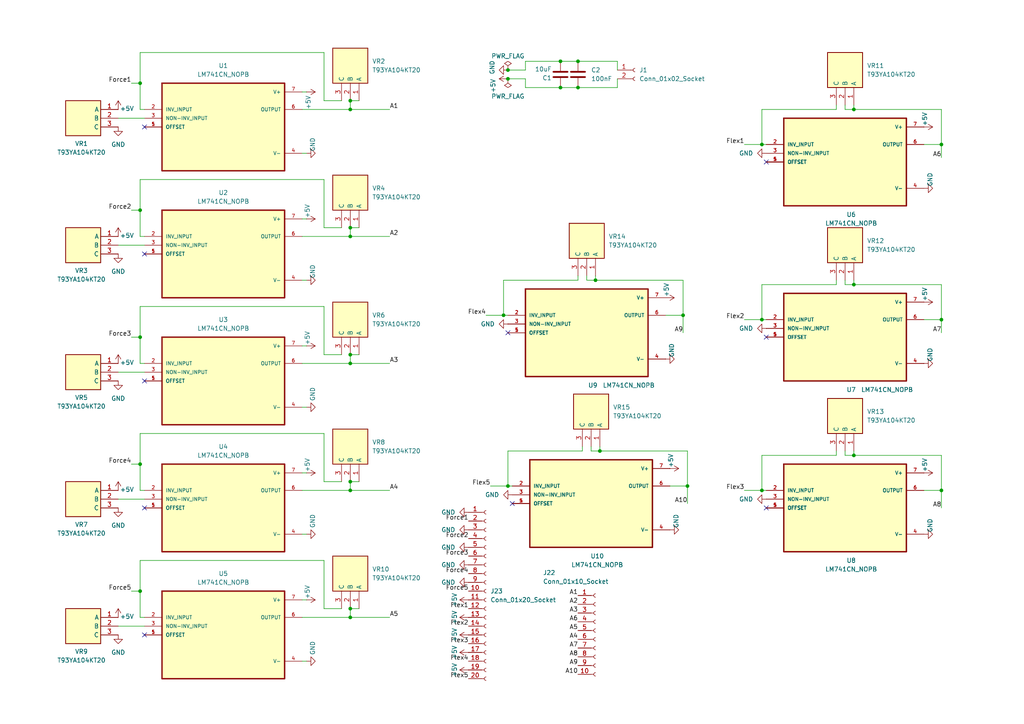
<source format=kicad_sch>
(kicad_sch (version 20231120) (generator "eeschema") (generator_version "8.0")
  (paper "A4")
  (junction (at 101.6 66.04))
  (junction (at 167.64 25.4))
  (junction (at 172.72 81.28))
  (junction (at 101.6 29.21))
  (junction (at 147.32 140.97))
  (junction (at 101.6 139.7))
  (junction (at 101.6 102.87))
  (junction (at 101.6 105.41))
  (junction (at 40.64 24.13))
  (junction (at 147.32 22.86))
  (junction (at 101.6 142.24))
  (junction (at 273.05 142.24))
  (junction (at 198.12 91.44))
  (junction (at 40.64 134.62))
  (junction (at 40.64 97.79))
  (junction (at 40.64 171.45))
  (junction (at 101.6 176.53))
  (junction (at 273.05 41.91))
  (junction (at 199.39 140.97))
  (junction (at 220.98 41.91))
  (junction (at 101.6 31.75))
  (junction (at 220.98 142.24))
  (junction (at 247.65 82.55))
  (junction (at 40.64 60.96))
  (junction (at 273.05 92.71))
  (junction (at 247.65 31.75))
  (junction (at 220.98 92.71))
  (junction (at 101.6 179.07))
  (junction (at 167.64 17.78))
  (junction (at 162.56 17.78))
  (junction (at 146.05 91.44))
  (junction (at 173.99 130.81))
  (junction (at 247.65 132.08))
  (junction (at 147.32 20.32))
  (junction (at 101.6 68.58))
  (junction (at 162.56 25.4))
  (no_connect (at 41.91 184.15))
  (no_connect (at 147.32 96.52))
  (no_connect (at 41.91 36.83))
  (no_connect (at 222.25 97.79))
  (no_connect (at 41.91 73.66))
  (no_connect (at 222.25 147.32))
  (no_connect (at 41.91 110.49))
  (no_connect (at 41.91 147.32))
  (no_connect (at 222.25 46.99))
  (no_connect (at 148.59 146.05))
  (wire (pts (xy 220.98 31.75) (xy 242.57 31.75)))
  (wire (pts (xy 40.64 171.45) (xy 40.64 179.07)))
  (wire (pts (xy 173.99 129.54) (xy 173.99 130.81)))
  (wire (pts (xy 146.05 91.44) (xy 146.05 81.28)))
  (wire (pts (xy 242.57 130.81) (xy 242.57 132.08)))
  (wire (pts (xy 142.24 140.97) (xy 147.32 140.97)))
  (wire (pts (xy 40.64 15.24) (xy 93.98 15.24)))
  (wire (pts (xy 146.05 81.28) (xy 167.64 81.28)))
  (wire (pts (xy 101.6 176.53) (xy 101.6 179.07)))
  (wire (pts (xy 173.99 130.81) (xy 199.39 130.81)))
  (wire (pts (xy 147.32 140.97) (xy 148.59 140.97)))
  (wire (pts (xy 220.98 142.24) (xy 220.98 132.08)))
  (wire (pts (xy 38.1 134.62) (xy 40.64 134.62)))
  (wire (pts (xy 220.98 92.71) (xy 222.25 92.71)))
  (wire (pts (xy 87.63 154.94) (xy 88.9 154.94)))
  (wire (pts (xy 267.97 41.91) (xy 273.05 41.91)))
  (wire (pts (xy 198.12 91.44) (xy 198.12 96.52)))
  (wire (pts (xy 220.98 82.55) (xy 242.57 82.55)))
  (wire (pts (xy 87.63 137.16) (xy 88.9 137.16)))
  (wire (pts (xy 171.45 130.81) (xy 173.99 130.81)))
  (wire (pts (xy 93.98 29.21) (xy 99.06 29.21)))
  (wire (pts (xy 38.1 24.13) (xy 40.64 24.13)))
  (wire (pts (xy 87.63 44.45) (xy 88.9 44.45)))
  (wire (pts (xy 101.6 29.21) (xy 104.14 29.21)))
  (wire (pts (xy 147.32 20.32) (xy 152.4 20.32)))
  (wire (pts (xy 147.32 140.97) (xy 147.32 130.81)))
  (wire (pts (xy 40.64 162.56) (xy 40.64 171.45)))
  (wire (pts (xy 245.11 31.75) (xy 247.65 31.75)))
  (wire (pts (xy 87.63 63.5) (xy 88.9 63.5)))
  (wire (pts (xy 147.32 130.81) (xy 168.91 130.81)))
  (wire (pts (xy 220.98 41.91) (xy 220.98 31.75)))
  (wire (pts (xy 247.65 31.75) (xy 273.05 31.75)))
  (wire (pts (xy 40.64 97.79) (xy 40.64 105.41)))
  (wire (pts (xy 38.1 60.96) (xy 40.64 60.96)))
  (wire (pts (xy 34.29 144.78) (xy 41.91 144.78)))
  (wire (pts (xy 215.9 142.24) (xy 220.98 142.24)))
  (wire (pts (xy 40.64 134.62) (xy 40.64 142.24)))
  (wire (pts (xy 87.63 118.11) (xy 88.9 118.11)))
  (wire (pts (xy 87.63 100.33) (xy 88.9 100.33)))
  (wire (pts (xy 247.65 30.48) (xy 247.65 31.75)))
  (wire (pts (xy 104.14 176.53) (xy 101.6 176.53)))
  (wire (pts (xy 93.98 66.04) (xy 99.06 66.04)))
  (wire (pts (xy 101.6 66.04) (xy 104.14 66.04)))
  (wire (pts (xy 93.98 15.24) (xy 93.98 29.21)))
  (wire (pts (xy 93.98 139.7) (xy 99.06 139.7)))
  (wire (pts (xy 245.11 130.81) (xy 245.11 132.08)))
  (wire (pts (xy 170.18 81.28) (xy 172.72 81.28)))
  (wire (pts (xy 101.6 102.87) (xy 104.14 102.87)))
  (wire (pts (xy 273.05 31.75) (xy 273.05 41.91)))
  (wire (pts (xy 38.1 171.45) (xy 40.64 171.45)))
  (wire (pts (xy 179.07 17.78) (xy 179.07 20.32)))
  (wire (pts (xy 40.64 52.07) (xy 93.98 52.07)))
  (wire (pts (xy 215.9 92.71) (xy 220.98 92.71)))
  (wire (pts (xy 87.63 31.75) (xy 101.6 31.75)))
  (wire (pts (xy 40.64 24.13) (xy 40.64 31.75)))
  (wire (pts (xy 40.64 162.56) (xy 93.98 162.56)))
  (wire (pts (xy 34.29 181.61) (xy 41.91 181.61)))
  (wire (pts (xy 199.39 140.97) (xy 199.39 146.05)))
  (wire (pts (xy 273.05 92.71) (xy 273.05 96.52)))
  (wire (pts (xy 40.64 68.58) (xy 41.91 68.58)))
  (wire (pts (xy 247.65 81.28) (xy 247.65 82.55)))
  (wire (pts (xy 245.11 132.08) (xy 247.65 132.08)))
  (wire (pts (xy 273.05 82.55) (xy 273.05 92.71)))
  (wire (pts (xy 101.6 68.58) (xy 113.03 68.58)))
  (wire (pts (xy 101.6 139.7) (xy 101.6 142.24)))
  (wire (pts (xy 247.65 130.81) (xy 247.65 132.08)))
  (wire (pts (xy 199.39 130.81) (xy 199.39 140.97)))
  (wire (pts (xy 152.4 25.4) (xy 152.4 22.86)))
  (wire (pts (xy 171.45 129.54) (xy 171.45 130.81)))
  (wire (pts (xy 198.12 81.28) (xy 198.12 91.44)))
  (wire (pts (xy 101.6 105.41) (xy 113.03 105.41)))
  (wire (pts (xy 167.64 80.01) (xy 167.64 81.28)))
  (wire (pts (xy 101.6 102.87) (xy 101.6 105.41)))
  (wire (pts (xy 34.29 107.95) (xy 41.91 107.95)))
  (wire (pts (xy 172.72 81.28) (xy 198.12 81.28)))
  (wire (pts (xy 273.05 41.91) (xy 273.05 45.72)))
  (wire (pts (xy 87.63 81.28) (xy 88.9 81.28)))
  (wire (pts (xy 101.6 29.21) (xy 101.6 31.75)))
  (wire (pts (xy 267.97 92.71) (xy 273.05 92.71)))
  (wire (pts (xy 242.57 81.28) (xy 242.57 82.55)))
  (wire (pts (xy 40.64 125.73) (xy 93.98 125.73)))
  (wire (pts (xy 179.07 25.4) (xy 167.64 25.4)))
  (wire (pts (xy 101.6 179.07) (xy 113.03 179.07)))
  (wire (pts (xy 87.63 26.67) (xy 88.9 26.67)))
  (wire (pts (xy 34.29 71.12) (xy 41.91 71.12)))
  (wire (pts (xy 101.6 31.75) (xy 113.03 31.75)))
  (wire (pts (xy 87.63 173.99) (xy 88.9 173.99)))
  (wire (pts (xy 179.07 25.4) (xy 179.07 22.86)))
  (wire (pts (xy 146.05 91.44) (xy 147.32 91.44)))
  (wire (pts (xy 87.63 179.07) (xy 101.6 179.07)))
  (wire (pts (xy 245.11 30.48) (xy 245.11 31.75)))
  (wire (pts (xy 40.64 52.07) (xy 40.64 60.96)))
  (wire (pts (xy 193.04 91.44) (xy 198.12 91.44)))
  (wire (pts (xy 220.98 41.91) (xy 222.25 41.91)))
  (wire (pts (xy 101.6 142.24) (xy 113.03 142.24)))
  (wire (pts (xy 152.4 17.78) (xy 152.4 20.32)))
  (wire (pts (xy 220.98 142.24) (xy 222.25 142.24)))
  (wire (pts (xy 140.97 91.44) (xy 146.05 91.44)))
  (wire (pts (xy 162.56 17.78) (xy 167.64 17.78)))
  (wire (pts (xy 273.05 132.08) (xy 273.05 142.24)))
  (wire (pts (xy 40.64 31.75) (xy 41.91 31.75)))
  (wire (pts (xy 220.98 132.08) (xy 242.57 132.08)))
  (wire (pts (xy 242.57 30.48) (xy 242.57 31.75)))
  (wire (pts (xy 179.07 17.78) (xy 167.64 17.78)))
  (wire (pts (xy 40.64 105.41) (xy 41.91 105.41)))
  (wire (pts (xy 194.31 140.97) (xy 199.39 140.97)))
  (wire (pts (xy 87.63 105.41) (xy 101.6 105.41)))
  (wire (pts (xy 34.29 34.29) (xy 41.91 34.29)))
  (wire (pts (xy 40.64 60.96) (xy 40.64 68.58)))
  (wire (pts (xy 40.64 15.24) (xy 40.64 24.13)))
  (wire (pts (xy 247.65 82.55) (xy 273.05 82.55)))
  (wire (pts (xy 267.97 142.24) (xy 273.05 142.24)))
  (wire (pts (xy 273.05 142.24) (xy 273.05 147.32)))
  (wire (pts (xy 87.63 191.77) (xy 88.9 191.77)))
  (wire (pts (xy 38.1 97.79) (xy 40.64 97.79)))
  (wire (pts (xy 93.98 102.87) (xy 99.06 102.87)))
  (wire (pts (xy 40.64 88.9) (xy 40.64 97.79)))
  (wire (pts (xy 215.9 41.91) (xy 220.98 41.91)))
  (wire (pts (xy 40.64 88.9) (xy 93.98 88.9)))
  (wire (pts (xy 93.98 125.73) (xy 93.98 139.7)))
  (wire (pts (xy 40.64 125.73) (xy 40.64 134.62)))
  (wire (pts (xy 172.72 80.01) (xy 172.72 81.28)))
  (wire (pts (xy 40.64 179.07) (xy 41.91 179.07)))
  (wire (pts (xy 245.11 81.28) (xy 245.11 82.55)))
  (wire (pts (xy 87.63 68.58) (xy 101.6 68.58)))
  (wire (pts (xy 152.4 17.78) (xy 162.56 17.78)))
  (wire (pts (xy 162.56 25.4) (xy 167.64 25.4)))
  (wire (pts (xy 93.98 162.56) (xy 93.98 176.53)))
  (wire (pts (xy 152.4 25.4) (xy 162.56 25.4)))
  (wire (pts (xy 93.98 52.07) (xy 93.98 66.04)))
  (wire (pts (xy 170.18 80.01) (xy 170.18 81.28)))
  (wire (pts (xy 93.98 176.53) (xy 99.06 176.53)))
  (wire (pts (xy 152.4 22.86) (xy 147.32 22.86)))
  (wire (pts (xy 101.6 139.7) (xy 104.14 139.7)))
  (wire (pts (xy 40.64 142.24) (xy 41.91 142.24)))
  (wire (pts (xy 168.91 129.54) (xy 168.91 130.81)))
  (wire (pts (xy 247.65 132.08) (xy 273.05 132.08)))
  (wire (pts (xy 101.6 66.04) (xy 101.6 68.58)))
  (wire (pts (xy 87.63 142.24) (xy 101.6 142.24)))
  (wire (pts (xy 220.98 92.71) (xy 220.98 82.55)))
  (wire (pts (xy 93.98 88.9) (xy 93.98 102.87)))
  (wire (pts (xy 245.11 82.55) (xy 247.65 82.55)))
  (label "A10" (at 167.64 195.58 180))
  (label "Force3" (at 38.1 97.79 180))
  (label "A2" (at 113.03 68.58 0))
  (label "Flex1" (at 215.9 41.91 180))
  (label "Force3" (at 135.89 161.29 180))
  (label "Flex5" (at 142.24 140.97 180))
  (label "A3" (at 113.03 105.41 0))
  (label "Flex2" (at 135.89 181.61 180))
  (label "Flex4" (at 135.89 191.77 180))
  (label "A7" (at 273.05 96.52 180))
  (label "Force5" (at 135.89 171.45 180))
  (label "Force4" (at 135.89 166.37 180))
  (label "A8" (at 167.64 190.5 180))
  (label "A9" (at 167.64 193.04 180))
  (label "A8" (at 273.05 147.32 180))
  (label "A2" (at 167.64 175.26 180))
  (label "A3" (at 167.64 177.8 180))
  (label "Flex3" (at 215.9 142.24 180))
  (label "Force1" (at 135.89 151.13 180))
  (label "Force5" (at 38.1 171.45 180))
  (label "A4" (at 167.64 185.42 180))
  (label "A5" (at 113.03 179.07 0))
  (label "Force1" (at 38.1 24.13 180))
  (label "Force2" (at 38.1 60.96 180))
  (label "Flex1" (at 135.89 176.53 180))
  (label "Force2" (at 135.89 156.21 180))
  (label "A1" (at 113.03 31.75 0))
  (label "A7" (at 167.64 187.96 180))
  (label "Force4" (at 38.1 134.62 180))
  (label "A5" (at 167.64 182.88 180))
  (label "Flex5" (at 135.89 196.85 180))
  (label "A6" (at 273.05 45.72 180))
  (label "Flex3" (at 135.89 186.69 180))
  (label "A9" (at 198.12 96.52 180))
  (label "Flex2" (at 215.9 92.71 180))
  (label "A6" (at 167.64 180.34 180))
  (label "A4" (at 113.03 142.24 0))
  (label "Flex4" (at 140.97 91.44 180))
  (label "A1" (at 167.64 172.72 180))
  (label "A10" (at 199.39 146.05 180))
  (symbol (lib_id "power:+5V") (at 88.9 173.99 270) (unit 1)
    (property "Reference" "#PWR024" (effects (hide yes)))
    (property "Value" "+5V" (at 89.154 171.704 0))
    (property "Description" "Power symbol creates a global label with name \"+5V\"" (effects (hide yes)))
  )
  (symbol (lib_id "power:+5V") (at 193.04 86.36 270) (unit 1)
    (property "Reference" "#PWR044" (effects (hide yes)))
    (property "Value" "+5V" (at 193.294 84.074 0))
    (property "Description" "Power symbol creates a global label with name \"+5V\"" (effects (hide yes)))
  )
  (symbol (lib_id "power:GND") (at 222.25 95.25 270) (unit 1)
    (property "Reference" "#PWR033" (effects (hide yes)))
    (property "Value" "GND" (at 218.44 95.2499 90) (effects (justify right)))
    (property "Description" "Power symbol creates a global label with name \"GND\" , ground" (effects (hide yes)))
  )
  (symbol (lib_id "power:+5V") (at 267.97 87.63 270) (unit 1)
    (property "Reference" "#PWR034" (effects (hide yes)))
    (property "Value" "+5V" (at 268.224 85.344 0))
    (property "Description" "Power symbol creates a global label with name \"+5V\"" (effects (hide yes)))
  )
  (symbol (lib_id "power:GND") (at 194.31 153.67 90) (unit 1)
    (property "Reference" "#PWR047" (effects (hide yes)))
    (property "Value" "GND" (at 196.088 151.13 0))
    (property "Description" "Power symbol creates a global label with name \"GND\" , ground" (effects (hide yes)))
  )
  (symbol (lib_id "T93YA104KT20:T93YA104KT20") (at 99.06 29.21 90) (unit 1)
    (property "Reference" "VR2" (at 107.95 17.7799 90) (effects (justify right)))
    (property "Value" "T93YA104KT20" (at 107.95 20.3199 90) (effects (justify right)))
    (property "Footprint" "KiCad:T93YA5K10" (effects (hide yes)))
    (property "Datasheet" "https://www.vishay.com/docs/51026/t93.pdf" (effects (hide yes)))
    (property "Description" "100k, Through Hole Trimmer Potentiometer 0.5W Top Adjust Vishay, T93" (effects (hide yes)))
    (property "Height" "9" (effects (hide yes)))
    (property "Mouser Part Number" "72-T93YA-100K" (effects (hide yes)))
    (property "Mouser Price/Stock" "https://www.mouser.co.uk/ProductDetail/Vishay-Sfernice/T93YA104KT20?qs=h4f6qdGYbtgSg1CywbpKQw%3D%3D" (effects (hide yes)))
    (property "Manufacturer_Name" "Vishay" (effects (hide yes)))
    (property "Manufacturer_Part_Number" "T93YA104KT20" (effects (hide yes)))
  )
  (symbol (lib_id "power:GND") (at 193.04 104.14 90) (unit 1)
    (property "Reference" "#PWR045" (effects (hide yes)))
    (property "Value" "GND" (at 194.818 101.6 0))
    (property "Description" "Power symbol creates a global label with name \"GND\" , ground" (effects (hide yes)))
  )
  (symbol (lib_id "power:GND") (at 148.59 143.51 270) (unit 1)
    (property "Reference" "#PWR043" (effects (hide yes)))
    (property "Value" "GND" (at 144.78 143.5099 90) (effects (justify right)))
    (property "Description" "Power symbol creates a global label with name \"GND\" , ground" (effects (hide yes)))
  )
  (symbol (lib_id "power:+5V") (at 267.97 137.16 270) (unit 1)
    (property "Reference" "#PWR038" (effects (hide yes)))
    (property "Value" "+5V" (at 268.224 134.874 0))
    (property "Description" "Power symbol creates a global label with name \"+5V\"" (effects (hide yes)))
  )
  (symbol (lib_id "power:GND") (at 135.89 163.83 270) (unit 1)
    (property "Reference" "#PWR056" (effects (hide yes)))
    (property "Value" "GND" (at 132.08 163.8299 90) (effects (justify right)))
    (property "Description" "Power symbol creates a global label with name \"GND\" , ground" (effects (hide yes)))
  )
  (symbol (lib_id "Connector:Conn_01x10_Socket") (at 172.72 182.88 0) (unit 1)
    (property "Reference" "J22" (at 157.48 166.116 0) (effects (justify left)))
    (property "Value" "Conn_01x10_Socket" (at 157.48 168.656 0) (effects (justify left)))
    (property "Footprint" "Connector_PinSocket_1.27mm:PinSocket_1x10_P1.27mm_Vertical" (effects (hide yes)))
    (property "Description" "Generic connector, single row, 01x10, script generated" (effects (hide yes)))
  )
  (symbol (lib_id "power:GND") (at 88.9 154.94 90) (unit 1)
    (property "Reference" "#PWR020" (effects (hide yes)))
    (property "Value" "GND" (at 90.678 151.13 0))
    (property "Description" "Power symbol creates a global label with name \"GND\" , ground" (effects (hide yes)))
  )
  (symbol (lib_id "power:+5V") (at 267.97 36.83 270) (unit 1)
    (property "Reference" "#PWR028" (effects (hide yes)))
    (property "Value" "+5V" (at 268.224 34.544 0))
    (property "Description" "Power symbol creates a global label with name \"+5V\"" (effects (hide yes)))
  )
  (symbol (lib_id "power:+5V") (at 135.89 179.07 90) (unit 1)
    (property "Reference" "#PWR051" (effects (hide yes)))
    (property "Value" "+5V" (at 131.826 179.07 0))
    (property "Description" "Power symbol creates a global label with name \"+5V\"" (effects (hide yes)))
  )
  (symbol (lib_id "power:GND") (at 34.29 36.83 0) (unit 1)
    (property "Reference" "#PWR03" (effects (hide yes)))
    (property "Value" "GND" (at 34.29 41.91 0))
    (property "Description" "Power symbol creates a global label with name \"GND\" , ground" (effects (hide yes)))
  )
  (symbol (lib_id "power:+5V") (at 34.29 142.24 0) (unit 1)
    (property "Reference" "#PWR017" (effects (hide yes)))
    (property "Value" "+5V" (at 36.83 141.986 0))
    (property "Description" "Power symbol creates a global label with name \"+5V\"" (effects (hide yes)))
  )
  (symbol (lib_id "AOP:LM741CN_NOPB") (at 170.18 96.52 0) (unit 1)
    (property "Reference" "U9" (at 171.958 111.76 0))
    (property "Value" "LM741CN_NOPB" (at 182.372 111.76 0))
    (property "Footprint" "AOP:DIP794W45P254L959H508Q8" (effects (hide yes)))
    (property "Datasheet" "http://www.st.com/st-web-ui/static/active/en/resource/technical/document/datasheet/CD00001252.pdf" (effects (hide yes)))
    (property "Description" "STMICROELECTRONICS - UA741CN - IC, OP AMP, COMPENSATED, DIP8, 741" (effects (hide yes)))
    (property "Height" "5.33" (effects (hide yes)))
    (property "Mouser Part Number" "511-UA741CN" (effects (hide yes)))
    (property "Mouser Price/Stock" "https://www.mouser.co.uk/ProductDetail/STMicroelectronics/UA741CN?qs=wnz1wyZ0ZnWrt9WAQ171Aw%3D%3D" (effects (hide yes)))
    (property "Manufacturer_Name" "STMicroelectronics" (effects (hide yes)))
    (property "Manufacturer_Part_Number" "UA741CN" (effects (hide yes)))
    (property "MF" "Texas Instruments" (effects (hide yes)))
    (property "Description_1" "\nOperational Amplifiers - Op Amps Operational Amplifier 8-PDIP 0 to 70\n" (effects (hide yes)))
    (property "Package" "DIP-8 NXP Semiconductors" (effects (hide yes)))
    (property "Price" "None" (effects (hide yes)))
    (property "SnapEDA_Link" "https://www.snapeda.com/parts/LM741CN/Texas+Instruments/view-part/?ref=snap" (effects (hide yes)))
    (property "MP" "LM741CN" (effects (hide yes)))
    (property "Availability" "In Stock" (effects (hide yes)))
    (property "Check_prices" "https://www.snapeda.com/parts/LM741CN/Texas+Instruments/view-part/?ref=eda" (effects (hide yes)))
  )
  (symbol (lib_id "T93YA104KT20:T93YA104KT20") (at 242.57 30.48 90) (unit 1)
    (property "Reference" "VR11" (at 251.46 19.0499 90) (effects (justify right)))
    (property "Value" "T93YA104KT20" (at 251.46 21.5899 90) (effects (justify right)))
    (property "Footprint" "KiCad:T93YA5K10" (effects (hide yes)))
    (property "Datasheet" "https://www.vishay.com/docs/51026/t93.pdf" (effects (hide yes)))
    (property "Description" "100k, Through Hole Trimmer Potentiometer 0.5W Top Adjust Vishay, T93" (effects (hide yes)))
    (property "Height" "9" (effects (hide yes)))
    (property "Mouser Part Number" "72-T93YA-100K" (effects (hide yes)))
    (property "Mouser Price/Stock" "https://www.mouser.co.uk/ProductDetail/Vishay-Sfernice/T93YA104KT20?qs=h4f6qdGYbtgSg1CywbpKQw%3D%3D" (effects (hide yes)))
    (property "Manufacturer_Name" "Vishay" (effects (hide yes)))
    (property "Manufacturer_Part_Number" "T93YA104KT20" (effects (hide yes)))
  )
  (symbol (lib_id "T93YA104KT20:T93YA104KT20") (at 34.29 147.32 180) (unit 1)
    (property "Reference" "VR7" (at 23.622 152.146 0))
    (property "Value" "T93YA104KT20" (at 23.622 154.686 0))
    (property "Footprint" "KiCad:T93YA5K10" (effects (hide yes)))
    (property "Datasheet" "https://www.vishay.com/docs/51026/t93.pdf" (effects (hide yes)))
    (property "Description" "100k, Through Hole Trimmer Potentiometer 0.5W Top Adjust Vishay, T93" (effects (hide yes)))
    (property "Height" "9" (effects (hide yes)))
    (property "Mouser Part Number" "72-T93YA-100K" (effects (hide yes)))
    (property "Mouser Price/Stock" "https://www.mouser.co.uk/ProductDetail/Vishay-Sfernice/T93YA104KT20?qs=h4f6qdGYbtgSg1CywbpKQw%3D%3D" (effects (hide yes)))
    (property "Manufacturer_Name" "Vishay" (effects (hide yes)))
    (property "Manufacturer_Part_Number" "T93YA104KT20" (effects (hide yes)))
  )
  (symbol (lib_id "power:+5V") (at 135.89 194.31 90) (unit 1)
    (property "Reference" "#PWR048" (effects (hide yes)))
    (property "Value" "+5V" (at 131.826 194.31 0))
    (property "Description" "Power symbol creates a global label with name \"+5V\"" (effects (hide yes)))
  )
  (symbol (lib_id "power:GND") (at 222.25 44.45 270) (unit 1)
    (property "Reference" "#PWR030" (effects (hide yes)))
    (property "Value" "GND" (at 218.44 44.4499 90) (effects (justify right)))
    (property "Description" "Power symbol creates a global label with name \"GND\" , ground" (effects (hide yes)))
  )
  (symbol (lib_id "power:+5V") (at 147.32 22.86 90) (unit 1)
    (property "Reference" "#PWR027" (effects (hide yes)))
    (property "Value" "+5V" (at 143.002 24.892 0))
    (property "Description" "Power symbol creates a global label with name \"+5V\"" (effects (hide yes)))
  )
  (symbol (lib_id "power:GND") (at 135.89 153.67 270) (unit 1)
    (property "Reference" "#PWR054" (effects (hide yes)))
    (property "Value" "GND" (at 132.08 153.6699 90) (effects (justify right)))
    (property "Description" "Power symbol creates a global label with name \"GND\" , ground" (effects (hide yes)))
  )
  (symbol (lib_id "power:+5V") (at 34.29 179.07 0) (unit 1)
    (property "Reference" "#PWR022" (effects (hide yes)))
    (property "Value" "+5V" (at 36.83 178.816 0))
    (property "Description" "Power symbol creates a global label with name \"+5V\"" (effects (hide yes)))
  )
  (symbol (lib_id "power:GND") (at 267.97 54.61 90) (unit 1)
    (property "Reference" "#PWR029" (effects (hide yes)))
    (property "Value" "GND" (at 269.748 52.07 0))
    (property "Description" "Power symbol creates a global label with name \"GND\" , ground" (effects (hide yes)))
  )
  (symbol (lib_id "power:GND") (at 135.89 158.75 270) (unit 1)
    (property "Reference" "#PWR055" (effects (hide yes)))
    (property "Value" "GND" (at 132.08 158.7499 90) (effects (justify right)))
    (property "Description" "Power symbol creates a global label with name \"GND\" , ground" (effects (hide yes)))
  )
  (symbol (lib_id "power:GND") (at 88.9 118.11 90) (unit 1)
    (property "Reference" "#PWR015" (effects (hide yes)))
    (property "Value" "GND" (at 90.678 114.3 0))
    (property "Description" "Power symbol creates a global label with name \"GND\" , ground" (effects (hide yes)))
  )
  (symbol (lib_id "power:+5V") (at 194.31 135.89 270) (unit 1)
    (property "Reference" "#PWR046" (effects (hide yes)))
    (property "Value" "+5V" (at 194.564 133.604 0))
    (property "Description" "Power symbol creates a global label with name \"+5V\"" (effects (hide yes)))
  )
  (symbol (lib_id "T93YA104KT20:T93YA104KT20") (at 168.91 129.54 90) (unit 1)
    (property "Reference" "VR15" (at 177.8 118.1099 90) (effects (justify right)))
    (property "Value" "T93YA104KT20" (at 177.8 120.6499 90) (effects (justify right)))
    (property "Footprint" "KiCad:T93YA5K10" (effects (hide yes)))
    (property "Datasheet" "https://www.vishay.com/docs/51026/t93.pdf" (effects (hide yes)))
    (property "Description" "100k, Through Hole Trimmer Potentiometer 0.5W Top Adjust Vishay, T93" (effects (hide yes)))
    (property "Height" "9" (effects (hide yes)))
    (property "Mouser Part Number" "72-T93YA-100K" (effects (hide yes)))
    (property "Mouser Price/Stock" "https://www.mouser.co.uk/ProductDetail/Vishay-Sfernice/T93YA104KT20?qs=h4f6qdGYbtgSg1CywbpKQw%3D%3D" (effects (hide yes)))
    (property "Manufacturer_Name" "Vishay" (effects (hide yes)))
    (property "Manufacturer_Part_Number" "T93YA104KT20" (effects (hide yes)))
  )
  (symbol (lib_id "AOP:LM741CN_NOPB") (at 64.77 147.32 0) (unit 1)
    (property "Reference" "U4" (at 64.77 129.54 0))
    (property "Value" "LM741CN_NOPB" (at 64.77 132.08 0))
    (property "Footprint" "AOP:DIP794W45P254L959H508Q8" (effects (hide yes)))
    (property "Datasheet" "http://www.st.com/st-web-ui/static/active/en/resource/technical/document/datasheet/CD00001252.pdf" (effects (hide yes)))
    (property "Description" "STMICROELECTRONICS - UA741CN - IC, OP AMP, COMPENSATED, DIP8, 741" (effects (hide yes)))
    (property "Height" "5.33" (effects (hide yes)))
    (property "Mouser Part Number" "511-UA741CN" (effects (hide yes)))
    (property "Mouser Price/Stock" "https://www.mouser.co.uk/ProductDetail/STMicroelectronics/UA741CN?qs=wnz1wyZ0ZnWrt9WAQ171Aw%3D%3D" (effects (hide yes)))
    (property "Manufacturer_Name" "STMicroelectronics" (effects (hide yes)))
    (property "Manufacturer_Part_Number" "UA741CN" (effects (hide yes)))
    (property "MF" "Texas Instruments" (effects (hide yes)))
    (property "Description_1" "\nOperational Amplifiers - Op Amps Operational Amplifier 8-PDIP 0 to 70\n" (effects (hide yes)))
    (property "Package" "DIP-8 NXP Semiconductors" (effects (hide yes)))
    (property "Price" "None" (effects (hide yes)))
    (property "SnapEDA_Link" "https://www.snapeda.com/parts/LM741CN/Texas+Instruments/view-part/?ref=snap" (effects (hide yes)))
    (property "MP" "LM741CN" (effects (hide yes)))
    (property "Availability" "In Stock" (effects (hide yes)))
    (property "Check_prices" "https://www.snapeda.com/parts/LM741CN/Texas+Instruments/view-part/?ref=eda" (effects (hide yes)))
  )
  (symbol (lib_id "power:GND") (at 147.32 93.98 270) (unit 1)
    (property "Reference" "#PWR042" (effects (hide yes)))
    (property "Value" "GND" (at 143.51 93.9799 90) (effects (justify right)))
    (property "Description" "Power symbol creates a global label with name \"GND\" , ground" (effects (hide yes)))
  )
  (symbol (lib_id "power:PWR_FLAG") (at 147.32 22.86 180) (unit 1)
    (property "Reference" "#FLG03" (effects (hide yes)))
    (property "Value" "PWR_FLAG" (at 152.146 27.94 0) (effects (justify left)))
    (property "Description" "Special symbol for telling ERC where power comes from" (effects (hide yes)))
  )
  (symbol (lib_id "power:GND") (at 147.32 20.32 270) (unit 1)
    (property "Reference" "#PWR026" (effects (hide yes)))
    (property "Value" "GND" (at 142.748 19.558 0))
    (property "Description" "Power symbol creates a global label with name \"GND\" , ground" (effects (hide yes)))
  )
  (symbol (lib_id "power:+5V") (at 88.9 26.67 270) (unit 1)
    (property "Reference" "#PWR04" (effects (hide yes)))
    (property "Value" "+5V" (at 89.408 29.718 0))
    (property "Description" "Power symbol creates a global label with name \"+5V\"" (effects (hide yes)))
  )
  (symbol (lib_id "AOP:LM741CN_NOPB") (at 64.77 184.15 0) (unit 1)
    (property "Reference" "U5" (at 64.77 166.37 0))
    (property "Value" "LM741CN_NOPB" (at 64.77 168.91 0))
    (property "Footprint" "AOP:DIP794W45P254L959H508Q8" (effects (hide yes)))
    (property "Datasheet" "http://www.st.com/st-web-ui/static/active/en/resource/technical/document/datasheet/CD00001252.pdf" (effects (hide yes)))
    (property "Description" "STMICROELECTRONICS - UA741CN - IC, OP AMP, COMPENSATED, DIP8, 741" (effects (hide yes)))
    (property "Height" "5.33" (effects (hide yes)))
    (property "Mouser Part Number" "511-UA741CN" (effects (hide yes)))
    (property "Mouser Price/Stock" "https://www.mouser.co.uk/ProductDetail/STMicroelectronics/UA741CN?qs=wnz1wyZ0ZnWrt9WAQ171Aw%3D%3D" (effects (hide yes)))
    (property "Manufacturer_Name" "STMicroelectronics" (effects (hide yes)))
    (property "Manufacturer_Part_Number" "UA741CN" (effects (hide yes)))
    (property "MF" "Texas Instruments" (effects (hide yes)))
    (property "Description_1" "\nOperational Amplifiers - Op Amps Operational Amplifier 8-PDIP 0 to 70\n" (effects (hide yes)))
    (property "Package" "DIP-8 NXP Semiconductors" (effects (hide yes)))
    (property "Price" "None" (effects (hide yes)))
    (property "SnapEDA_Link" "https://www.snapeda.com/parts/LM741CN/Texas+Instruments/view-part/?ref=snap" (effects (hide yes)))
    (property "MP" "LM741CN" (effects (hide yes)))
    (property "Availability" "In Stock" (effects (hide yes)))
    (property "Check_prices" "https://www.snapeda.com/parts/LM741CN/Texas+Instruments/view-part/?ref=eda" (effects (hide yes)))
  )
  (symbol (lib_id "T93YA104KT20:T93YA104KT20") (at 242.57 81.28 90) (unit 1)
    (property "Reference" "VR12" (at 251.46 69.8499 90) (effects (justify right)))
    (property "Value" "T93YA104KT20" (at 251.46 72.3899 90) (effects (justify right)))
    (property "Footprint" "KiCad:T93YA5K10" (effects (hide yes)))
    (property "Datasheet" "https://www.vishay.com/docs/51026/t93.pdf" (effects (hide yes)))
    (property "Description" "100k, Through Hole Trimmer Potentiometer 0.5W Top Adjust Vishay, T93" (effects (hide yes)))
    (property "Height" "9" (effects (hide yes)))
    (property "Mouser Part Number" "72-T93YA-100K" (effects (hide yes)))
    (property "Mouser Price/Stock" "https://www.mouser.co.uk/ProductDetail/Vishay-Sfernice/T93YA104KT20?qs=h4f6qdGYbtgSg1CywbpKQw%3D%3D" (effects (hide yes)))
    (property "Manufacturer_Name" "Vishay" (effects (hide yes)))
    (property "Manufacturer_Part_Number" "T93YA104KT20" (effects (hide yes)))
  )
  (symbol (lib_id "power:+5V") (at 135.89 173.99 90) (unit 1)
    (property "Reference" "#PWR052" (effects (hide yes)))
    (property "Value" "+5V" (at 131.826 173.99 0))
    (property "Description" "Power symbol creates a global label with name \"+5V\"" (effects (hide yes)))
  )
  (symbol (lib_id "T93YA104KT20:T93YA104KT20") (at 99.06 102.87 90) (unit 1)
    (property "Reference" "VR6" (at 107.95 91.4399 90) (effects (justify right)))
    (property "Value" "T93YA104KT20" (at 107.95 93.9799 90) (effects (justify right)))
    (property "Footprint" "KiCad:T93YA5K10" (effects (hide yes)))
    (property "Datasheet" "https://www.vishay.com/docs/51026/t93.pdf" (effects (hide yes)))
    (property "Description" "100k, Through Hole Trimmer Potentiometer 0.5W Top Adjust Vishay, T93" (effects (hide yes)))
    (property "Height" "9" (effects (hide yes)))
    (property "Mouser Part Number" "72-T93YA-100K" (effects (hide yes)))
    (property "Mouser Price/Stock" "https://www.mouser.co.uk/ProductDetail/Vishay-Sfernice/T93YA104KT20?qs=h4f6qdGYbtgSg1CywbpKQw%3D%3D" (effects (hide yes)))
    (property "Manufacturer_Name" "Vishay" (effects (hide yes)))
    (property "Manufacturer_Part_Number" "T93YA104KT20" (effects (hide yes)))
  )
  (symbol (lib_id "Connector:Conn_01x20_Socket") (at 140.97 171.45 0) (unit 1)
    (property "Reference" "J23" (at 142.24 171.4499 0) (effects (justify left)))
    (property "Value" "Conn_01x20_Socket" (at 142.24 173.9899 0) (effects (justify left)))
    (property "Footprint" "Connector_PinSocket_1.27mm:PinSocket_1x20_P1.27mm_Vertical" (effects (hide yes)))
    (property "Description" "Generic connector, single row, 01x20, script generated" (effects (hide yes)))
  )
  (symbol (lib_id "T93YA104KT20:T93YA104KT20") (at 99.06 176.53 90) (unit 1)
    (property "Reference" "VR10" (at 107.95 165.0999 90) (effects (justify right)))
    (property "Value" "T93YA104KT20" (at 107.95 167.6399 90) (effects (justify right)))
    (property "Footprint" "KiCad:T93YA5K10" (effects (hide yes)))
    (property "Datasheet" "https://www.vishay.com/docs/51026/t93.pdf" (effects (hide yes)))
    (property "Description" "100k, Through Hole Trimmer Potentiometer 0.5W Top Adjust Vishay, T93" (effects (hide yes)))
    (property "Height" "9" (effects (hide yes)))
    (property "Mouser Part Number" "72-T93YA-100K" (effects (hide yes)))
    (property "Mouser Price/Stock" "https://www.mouser.co.uk/ProductDetail/Vishay-Sfernice/T93YA104KT20?qs=h4f6qdGYbtgSg1CywbpKQw%3D%3D" (effects (hide yes)))
    (property "Manufacturer_Name" "Vishay" (effects (hide yes)))
    (property "Manufacturer_Part_Number" "T93YA104KT20" (effects (hide yes)))
  )
  (symbol (lib_id "power:+5V") (at 34.29 68.58 0) (unit 1)
    (property "Reference" "#PWR07" (effects (hide yes)))
    (property "Value" "+5V" (at 36.83 68.326 0))
    (property "Description" "Power symbol creates a global label with name \"+5V\"" (effects (hide yes)))
  )
  (symbol (lib_id "power:GND") (at 135.89 148.59 270) (unit 1)
    (property "Reference" "#PWR053" (effects (hide yes)))
    (property "Value" "GND" (at 132.08 148.5899 90) (effects (justify right)))
    (property "Description" "Power symbol creates a global label with name \"GND\" , ground" (effects (hide yes)))
  )
  (symbol (lib_id "T93YA104KT20:T93YA104KT20") (at 99.06 66.04 90) (unit 1)
    (property "Reference" "VR4" (at 107.95 54.6099 90) (effects (justify right)))
    (property "Value" "T93YA104KT20" (at 107.95 57.1499 90) (effects (justify right)))
    (property "Footprint" "KiCad:T93YA5K10" (effects (hide yes)))
    (property "Datasheet" "https://www.vishay.com/docs/51026/t93.pdf" (effects (hide yes)))
    (property "Description" "100k, Through Hole Trimmer Potentiometer 0.5W Top Adjust Vishay, T93" (effects (hide yes)))
    (property "Height" "9" (effects (hide yes)))
    (property "Mouser Part Number" "72-T93YA-100K" (effects (hide yes)))
    (property "Mouser Price/Stock" "https://www.mouser.co.uk/ProductDetail/Vishay-Sfernice/T93YA104KT20?qs=h4f6qdGYbtgSg1CywbpKQw%3D%3D" (effects (hide yes)))
    (property "Manufacturer_Name" "Vishay" (effects (hide yes)))
    (property "Manufacturer_Part_Number" "T93YA104KT20" (effects (hide yes)))
  )
  (symbol (lib_id "T93YA104KT20:T93YA104KT20") (at 99.06 139.7 90) (unit 1)
    (property "Reference" "VR8" (at 107.95 128.2699 90) (effects (justify right)))
    (property "Value" "T93YA104KT20" (at 107.95 130.8099 90) (effects (justify right)))
    (property "Footprint" "KiCad:T93YA5K10" (effects (hide yes)))
    (property "Datasheet" "https://www.vishay.com/docs/51026/t93.pdf" (effects (hide yes)))
    (property "Description" "100k, Through Hole Trimmer Potentiometer 0.5W Top Adjust Vishay, T93" (effects (hide yes)))
    (property "Height" "9" (effects (hide yes)))
    (property "Mouser Part Number" "72-T93YA-100K" (effects (hide yes)))
    (property "Mouser Price/Stock" "https://www.mouser.co.uk/ProductDetail/Vishay-Sfernice/T93YA104KT20?qs=h4f6qdGYbtgSg1CywbpKQw%3D%3D" (effects (hide yes)))
    (property "Manufacturer_Name" "Vishay" (effects (hide yes)))
    (property "Manufacturer_Part_Number" "T93YA104KT20" (effects (hide yes)))
  )
  (symbol (lib_id "power:GND") (at 267.97 105.41 90) (unit 1)
    (property "Reference" "#PWR035" (effects (hide yes)))
    (property "Value" "GND" (at 269.748 102.87 0))
    (property "Description" "Power symbol creates a global label with name \"GND\" , ground" (effects (hide yes)))
  )
  (symbol (lib_id "T93YA104KT20:T93YA104KT20") (at 34.29 36.83 180) (unit 1)
    (property "Reference" "VR1" (at 23.622 41.656 0))
    (property "Value" "T93YA104KT20" (at 23.622 44.196 0))
    (property "Footprint" "KiCad:T93YA5K10" (effects (hide yes)))
    (property "Datasheet" "https://www.vishay.com/docs/51026/t93.pdf" (effects (hide yes)))
    (property "Description" "100k, Through Hole Trimmer Potentiometer 0.5W Top Adjust Vishay, T93" (effects (hide yes)))
    (property "Height" "9" (effects (hide yes)))
    (property "Mouser Part Number" "72-T93YA-100K" (effects (hide yes)))
    (property "Mouser Price/Stock" "https://www.mouser.co.uk/ProductDetail/Vishay-Sfernice/T93YA104KT20?qs=h4f6qdGYbtgSg1CywbpKQw%3D%3D" (effects (hide yes)))
    (property "Manufacturer_Name" "Vishay" (effects (hide yes)))
    (property "Manufacturer_Part_Number" "T93YA104KT20" (effects (hide yes)))
  )
  (symbol (lib_id "Connector:Conn_01x02_Socket") (at 184.15 20.32 0) (unit 1)
    (property "Reference" "J1" (at 185.42 20.3199 0) (effects (justify left)))
    (property "Value" "Conn_01x02_Socket" (at 185.42 22.8599 0) (effects (justify left)))
    (property "Footprint" "Connector_PinSocket_1.27mm:PinSocket_1x02_P1.27mm_Vertical" (effects (hide yes)))
    (property "Description" "Generic connector, single row, 01x02, script generated" (effects (hide yes)))
  )
  (symbol (lib_id "T93YA104KT20:T93YA104KT20") (at 34.29 73.66 180) (unit 1)
    (property "Reference" "VR3" (at 23.622 78.486 0))
    (property "Value" "T93YA104KT20" (at 23.622 81.026 0))
    (property "Footprint" "KiCad:T93YA5K10" (effects (hide yes)))
    (property "Datasheet" "https://www.vishay.com/docs/51026/t93.pdf" (effects (hide yes)))
    (property "Description" "100k, Through Hole Trimmer Potentiometer 0.5W Top Adjust Vishay, T93" (effects (hide yes)))
    (property "Height" "9" (effects (hide yes)))
    (property "Mouser Part Number" "72-T93YA-100K" (effects (hide yes)))
    (property "Mouser Price/Stock" "https://www.mouser.co.uk/ProductDetail/Vishay-Sfernice/T93YA104KT20?qs=h4f6qdGYbtgSg1CywbpKQw%3D%3D" (effects (hide yes)))
    (property "Manufacturer_Name" "Vishay" (effects (hide yes)))
    (property "Manufacturer_Part_Number" "T93YA104KT20" (effects (hide yes)))
  )
  (symbol (lib_id "power:GND") (at 34.29 73.66 0) (unit 1)
    (property "Reference" "#PWR08" (effects (hide yes)))
    (property "Value" "GND" (at 34.29 78.74 0))
    (property "Description" "Power symbol creates a global label with name \"GND\" , ground" (effects (hide yes)))
  )
  (symbol (lib_id "power:+5V") (at 88.9 137.16 270) (unit 1)
    (property "Reference" "#PWR019" (effects (hide yes)))
    (property "Value" "+5V" (at 89.154 134.874 0))
    (property "Description" "Power symbol creates a global label with name \"+5V\"" (effects (hide yes)))
  )
  (symbol (lib_id "power:GND") (at 88.9 44.45 90) (unit 1)
    (property "Reference" "#PWR05" (effects (hide yes)))
    (property "Value" "GND" (at 90.678 41.91 0))
    (property "Description" "Power symbol creates a global label with name \"GND\" , ground" (effects (hide yes)))
  )
  (symbol (lib_id "power:+5V") (at 135.89 184.15 90) (unit 1)
    (property "Reference" "#PWR050" (effects (hide yes)))
    (property "Value" "+5V" (at 131.826 184.15 0))
    (property "Description" "Power symbol creates a global label with name \"+5V\"" (effects (hide yes)))
  )
  (symbol (lib_id "power:GND") (at 88.9 191.77 90) (unit 1)
    (property "Reference" "#PWR025" (effects (hide yes)))
    (property "Value" "GND" (at 90.678 187.96 0))
    (property "Description" "Power symbol creates a global label with name \"GND\" , ground" (effects (hide yes)))
  )
  (symbol (lib_id "Device:C") (at 162.56 21.59 0) (unit 1)
    (property "Reference" "C1" (at 160.02 22.606 0) (effects (justify right)))
    (property "Value" "10uF" (at 160.02 20.066 0) (effects (justify right)))
    (property "Footprint" "Connector_PinSocket_1.27mm:PinSocket_1x02_P1.27mm_Vertical" (effects (hide yes)))
    (property "Description" "Unpolarized capacitor" (effects (hide yes)))
  )
  (symbol (lib_id "AOP:LM741CN_NOPB") (at 64.77 110.49 0) (unit 1)
    (property "Reference" "U3" (at 64.77 92.71 0))
    (property "Value" "LM741CN_NOPB" (at 64.77 95.25 0))
    (property "Footprint" "AOP:DIP794W45P254L959H508Q8" (effects (hide yes)))
    (property "Datasheet" "http://www.st.com/st-web-ui/static/active/en/resource/technical/document/datasheet/CD00001252.pdf" (effects (hide yes)))
    (property "Description" "STMICROELECTRONICS - UA741CN - IC, OP AMP, COMPENSATED, DIP8, 741" (effects (hide yes)))
    (property "Height" "5.33" (effects (hide yes)))
    (property "Mouser Part Number" "511-UA741CN" (effects (hide yes)))
    (property "Mouser Price/Stock" "https://www.mouser.co.uk/ProductDetail/STMicroelectronics/UA741CN?qs=wnz1wyZ0ZnWrt9WAQ171Aw%3D%3D" (effects (hide yes)))
    (property "Manufacturer_Name" "STMicroelectronics" (effects (hide yes)))
    (property "Manufacturer_Part_Number" "UA741CN" (effects (hide yes)))
    (property "MF" "Texas Instruments" (effects (hide yes)))
    (property "Description_1" "\nOperational Amplifiers - Op Amps Operational Amplifier 8-PDIP 0 to 70\n" (effects (hide yes)))
    (property "Package" "DIP-8 NXP Semiconductors" (effects (hide yes)))
    (property "Price" "None" (effects (hide yes)))
    (property "SnapEDA_Link" "https://www.snapeda.com/parts/LM741CN/Texas+Instruments/view-part/?ref=snap" (effects (hide yes)))
    (property "MP" "LM741CN" (effects (hide yes)))
    (property "Availability" "In Stock" (effects (hide yes)))
    (property "Check_prices" "https://www.snapeda.com/parts/LM741CN/Texas+Instruments/view-part/?ref=eda" (effects (hide yes)))
  )
  (symbol (lib_id "AOP:LM741CN_NOPB") (at 245.11 147.32 0) (unit 1)
    (property "Reference" "U8" (at 246.888 162.56 0))
    (property "Value" "LM741CN_NOPB" (at 246.888 165.1 0))
    (property "Footprint" "AOP:DIP794W45P254L959H508Q8" (effects (hide yes)))
    (property "Datasheet" "http://www.st.com/st-web-ui/static/active/en/resource/technical/document/datasheet/CD00001252.pdf" (effects (hide yes)))
    (property "Description" "STMICROELECTRONICS - UA741CN - IC, OP AMP, COMPENSATED, DIP8, 741" (effects (hide yes)))
    (property "Height" "5.33" (effects (hide yes)))
    (property "Mouser Part Number" "511-UA741CN" (effects (hide yes)))
    (property "Mouser Price/Stock" "https://www.mouser.co.uk/ProductDetail/STMicroelectronics/UA741CN?qs=wnz1wyZ0ZnWrt9WAQ171Aw%3D%3D" (effects (hide yes)))
    (property "Manufacturer_Name" "STMicroelectronics" (effects (hide yes)))
    (property "Manufacturer_Part_Number" "UA741CN" (effects (hide yes)))
    (property "MF" "Texas Instruments" (effects (hide yes)))
    (property "Description_1" "\nOperational Amplifiers - Op Amps Operational Amplifier 8-PDIP 0 to 70\n" (effects (hide yes)))
    (property "Package" "DIP-8 NXP Semiconductors" (effects (hide yes)))
    (property "Price" "None" (effects (hide yes)))
    (property "SnapEDA_Link" "https://www.snapeda.com/parts/LM741CN/Texas+Instruments/view-part/?ref=snap" (effects (hide yes)))
    (property "MP" "LM741CN" (effects (hide yes)))
    (property "Availability" "In Stock" (effects (hide yes)))
    (property "Check_prices" "https://www.snapeda.com/parts/LM741CN/Texas+Instruments/view-part/?ref=eda" (effects (hide yes)))
  )
  (symbol (lib_id "AOP:LM741CN_NOPB") (at 245.11 97.79 0) (unit 1)
    (property "Reference" "U7" (at 246.888 113.03 0))
    (property "Value" "LM741CN_NOPB" (at 257.302 113.03 0))
    (property "Footprint" "AOP:DIP794W45P254L959H508Q8" (effects (hide yes)))
    (property "Datasheet" "http://www.st.com/st-web-ui/static/active/en/resource/technical/document/datasheet/CD00001252.pdf" (effects (hide yes)))
    (property "Description" "STMICROELECTRONICS - UA741CN - IC, OP AMP, COMPENSATED, DIP8, 741" (effects (hide yes)))
    (property "Height" "5.33" (effects (hide yes)))
    (property "Mouser Part Number" "511-UA741CN" (effects (hide yes)))
    (property "Mouser Price/Stock" "https://www.mouser.co.uk/ProductDetail/STMicroelectronics/UA741CN?qs=wnz1wyZ0ZnWrt9WAQ171Aw%3D%3D" (effects (hide yes)))
    (property "Manufacturer_Name" "STMicroelectronics" (effects (hide yes)))
    (property "Manufacturer_Part_Number" "UA741CN" (effects (hide yes)))
    (property "MF" "Texas Instruments" (effects (hide yes)))
    (property "Description_1" "\nOperational Amplifiers - Op Amps Operational Amplifier 8-PDIP 0 to 70\n" (effects (hide yes)))
    (property "Package" "DIP-8 NXP Semiconductors" (effects (hide yes)))
    (property "Price" "None" (effects (hide yes)))
    (property "SnapEDA_Link" "https://www.snapeda.com/parts/LM741CN/Texas+Instruments/view-part/?ref=snap" (effects (hide yes)))
    (property "MP" "LM741CN" (effects (hide yes)))
    (property "Availability" "In Stock" (effects (hide yes)))
    (property "Check_prices" "https://www.snapeda.com/parts/LM741CN/Texas+Instruments/view-part/?ref=eda" (effects (hide yes)))
  )
  (symbol (lib_id "T93YA104KT20:T93YA104KT20") (at 167.64 80.01 90) (unit 1)
    (property "Reference" "VR14" (at 176.53 68.5799 90) (effects (justify right)))
    (property "Value" "T93YA104KT20" (at 176.53 71.1199 90) (effects (justify right)))
    (property "Footprint" "KiCad:T93YA5K10" (effects (hide yes)))
    (property "Datasheet" "https://www.vishay.com/docs/51026/t93.pdf" (effects (hide yes)))
    (property "Description" "100k, Through Hole Trimmer Potentiometer 0.5W Top Adjust Vishay, T93" (effects (hide yes)))
    (property "Height" "9" (effects (hide yes)))
    (property "Mouser Part Number" "72-T93YA-100K" (effects (hide yes)))
    (property "Mouser Price/Stock" "https://www.mouser.co.uk/ProductDetail/Vishay-Sfernice/T93YA104KT20?qs=h4f6qdGYbtgSg1CywbpKQw%3D%3D" (effects (hide yes)))
    (property "Manufacturer_Name" "Vishay" (effects (hide yes)))
    (property "Manufacturer_Part_Number" "T93YA104KT20" (effects (hide yes)))
  )
  (symbol (lib_id "power:GND") (at 34.29 147.32 0) (unit 1)
    (property "Reference" "#PWR018" (effects (hide yes)))
    (property "Value" "GND" (at 34.29 152.4 0))
    (property "Description" "Power symbol creates a global label with name \"GND\" , ground" (effects (hide yes)))
  )
  (symbol (lib_id "power:GND") (at 222.25 144.78 270) (unit 1)
    (property "Reference" "#PWR037" (effects (hide yes)))
    (property "Value" "GND" (at 218.44 144.7799 90) (effects (justify right)))
    (property "Description" "Power symbol creates a global label with name \"GND\" , ground" (effects (hide yes)))
  )
  (symbol (lib_id "T93YA104KT20:T93YA104KT20") (at 34.29 110.49 180) (unit 1)
    (property "Reference" "VR5" (at 23.622 115.316 0))
    (property "Value" "T93YA104KT20" (at 23.622 117.856 0))
    (property "Footprint" "KiCad:T93YA5K10" (effects (hide yes)))
    (property "Datasheet" "https://www.vishay.com/docs/51026/t93.pdf" (effects (hide yes)))
    (property "Description" "100k, Through Hole Trimmer Potentiometer 0.5W Top Adjust Vishay, T93" (effects (hide yes)))
    (property "Height" "9" (effects (hide yes)))
    (property "Mouser Part Number" "72-T93YA-100K" (effects (hide yes)))
    (property "Mouser Price/Stock" "https://www.mouser.co.uk/ProductDetail/Vishay-Sfernice/T93YA104KT20?qs=h4f6qdGYbtgSg1CywbpKQw%3D%3D" (effects (hide yes)))
    (property "Manufacturer_Name" "Vishay" (effects (hide yes)))
    (property "Manufacturer_Part_Number" "T93YA104KT20" (effects (hide yes)))
  )
  (symbol (lib_id "power:+5V") (at 34.29 31.75 0) (unit 1)
    (property "Reference" "#PWR02" (effects (hide yes)))
    (property "Value" "+5V" (at 36.83 31.496 0))
    (property "Description" "Power symbol creates a global label with name \"+5V\"" (effects (hide yes)))
  )
  (symbol (lib_id "power:GND") (at 88.9 81.28 90) (unit 1)
    (property "Reference" "#PWR010" (effects (hide yes)))
    (property "Value" "GND" (at 90.678 78.74 0))
    (property "Description" "Power symbol creates a global label with name \"GND\" , ground" (effects (hide yes)))
  )
  (symbol (lib_id "power:GND") (at 135.89 168.91 270) (unit 1)
    (property "Reference" "#PWR057" (effects (hide yes)))
    (property "Value" "GND" (at 132.08 168.9099 90) (effects (justify right)))
    (property "Description" "Power symbol creates a global label with name \"GND\" , ground" (effects (hide yes)))
  )
  (symbol (lib_id "power:GND") (at 34.29 184.15 0) (unit 1)
    (property "Reference" "#PWR023" (effects (hide yes)))
    (property "Value" "GND" (at 34.29 189.23 0))
    (property "Description" "Power symbol creates a global label with name \"GND\" , ground" (effects (hide yes)))
  )
  (symbol (lib_id "AOP:LM741CN_NOPB") (at 64.77 73.66 0) (unit 1)
    (property "Reference" "U2" (at 64.77 55.88 0))
    (property "Value" "LM741CN_NOPB" (at 64.77 58.42 0))
    (property "Footprint" "AOP:DIP794W45P254L959H508Q8" (effects (hide yes)))
    (property "Datasheet" "http://www.st.com/st-web-ui/static/active/en/resource/technical/document/datasheet/CD00001252.pdf" (effects (hide yes)))
    (property "Description" "STMICROELECTRONICS - UA741CN - IC, OP AMP, COMPENSATED, DIP8, 741" (effects (hide yes)))
    (property "Height" "5.33" (effects (hide yes)))
    (property "Mouser Part Number" "511-UA741CN" (effects (hide yes)))
    (property "Mouser Price/Stock" "https://www.mouser.co.uk/ProductDetail/STMicroelectronics/UA741CN?qs=wnz1wyZ0ZnWrt9WAQ171Aw%3D%3D" (effects (hide yes)))
    (property "Manufacturer_Name" "STMicroelectronics" (effects (hide yes)))
    (property "Manufacturer_Part_Number" "UA741CN" (effects (hide yes)))
    (property "MF" "Texas Instruments" (effects (hide yes)))
    (property "Description_1" "\nOperational Amplifiers - Op Amps Operational Amplifier 8-PDIP 0 to 70\n" (effects (hide yes)))
    (property "Package" "DIP-8 NXP Semiconductors" (effects (hide yes)))
    (property "Price" "None" (effects (hide yes)))
    (property "SnapEDA_Link" "https://www.snapeda.com/parts/LM741CN/Texas+Instruments/view-part/?ref=snap" (effects (hide yes)))
    (property "MP" "LM741CN" (effects (hide yes)))
    (property "Availability" "In Stock" (effects (hide yes)))
    (property "Check_prices" "https://www.snapeda.com/parts/LM741CN/Texas+Instruments/view-part/?ref=eda" (effects (hide yes)))
  )
  (symbol (lib_id "AOP:LM741CN_NOPB") (at 64.77 36.83 0) (unit 1)
    (property "Reference" "U1" (at 64.77 19.05 0))
    (property "Value" "LM741CN_NOPB" (at 64.77 21.59 0))
    (property "Footprint" "AOP:DIP794W45P254L959H508Q8" (effects (hide yes)))
    (property "Datasheet" "http://www.st.com/st-web-ui/static/active/en/resource/technical/document/datasheet/CD00001252.pdf" (effects (hide yes)))
    (property "Description" "STMICROELECTRONICS - UA741CN - IC, OP AMP, COMPENSATED, DIP8, 741" (effects (hide yes)))
    (property "Height" "5.33" (effects (hide yes)))
    (property "Mouser Part Number" "511-UA741CN" (effects (hide yes)))
    (property "Mouser Price/Stock" "https://www.mouser.co.uk/ProductDetail/STMicroelectronics/UA741CN?qs=wnz1wyZ0ZnWrt9WAQ171Aw%3D%3D" (effects (hide yes)))
    (property "Manufacturer_Name" "STMicroelectronics" (effects (hide yes)))
    (property "Manufacturer_Part_Number" "UA741CN" (effects (hide yes)))
    (property "MF" "Texas Instruments" (effects (hide yes)))
    (property "Description_1" "\nOperational Amplifiers - Op Amps Operational Amplifier 8-PDIP 0 to 70\n" (effects (hide yes)))
    (property "Package" "DIP-8 NXP Semiconductors" (effects (hide yes)))
    (property "Price" "None" (effects (hide yes)))
    (property "SnapEDA_Link" "https://www.snapeda.com/parts/LM741CN/Texas+Instruments/view-part/?ref=snap" (effects (hide yes)))
    (property "MP" "LM741CN" (effects (hide yes)))
    (property "Availability" "In Stock" (effects (hide yes)))
    (property "Check_prices" "https://www.snapeda.com/parts/LM741CN/Texas+Instruments/view-part/?ref=eda" (effects (hide yes)))
  )
  (symbol (lib_id "T93YA104KT20:T93YA104KT20") (at 242.57 130.81 90) (unit 1)
    (property "Reference" "VR13" (at 251.46 119.3799 90) (effects (justify right)))
    (property "Value" "T93YA104KT20" (at 251.46 121.9199 90) (effects (justify right)))
    (property "Footprint" "KiCad:T93YA5K10" (effects (hide yes)))
    (property "Datasheet" "https://www.vishay.com/docs/51026/t93.pdf" (effects (hide yes)))
    (property "Description" "100k, Through Hole Trimmer Potentiometer 0.5W Top Adjust Vishay, T93" (effects (hide yes)))
    (property "Height" "9" (effects (hide yes)))
    (property "Mouser Part Number" "72-T93YA-100K" (effects (hide yes)))
    (property "Mouser Price/Stock" "https://www.mouser.co.uk/ProductDetail/Vishay-Sfernice/T93YA104KT20?qs=h4f6qdGYbtgSg1CywbpKQw%3D%3D" (effects (hide yes)))
    (property "Manufacturer_Name" "Vishay" (effects (hide yes)))
    (property "Manufacturer_Part_Number" "T93YA104KT20" (effects (hide yes)))
  )
  (symbol (lib_id "T93YA104KT20:T93YA104KT20") (at 34.29 184.15 180) (unit 1)
    (property "Reference" "VR9" (at 23.622 188.976 0))
    (property "Value" "T93YA104KT20" (at 23.622 191.516 0))
    (property "Footprint" "KiCad:T93YA5K10" (effects (hide yes)))
    (property "Datasheet" "https://www.vishay.com/docs/51026/t93.pdf" (effects (hide yes)))
    (property "Description" "100k, Through Hole Trimmer Potentiometer 0.5W Top Adjust Vishay, T93" (effects (hide yes)))
    (property "Height" "9" (effects (hide yes)))
    (property "Mouser Part Number" "72-T93YA-100K" (effects (hide yes)))
    (property "Mouser Price/Stock" "https://www.mouser.co.uk/ProductDetail/Vishay-Sfernice/T93YA104KT20?qs=h4f6qdGYbtgSg1CywbpKQw%3D%3D" (effects (hide yes)))
    (property "Manufacturer_Name" "Vishay" (effects (hide yes)))
    (property "Manufacturer_Part_Number" "T93YA104KT20" (effects (hide yes)))
  )
  (symbol (lib_id "power:+5V") (at 88.9 100.33 270) (unit 1)
    (property "Reference" "#PWR014" (effects (hide yes)))
    (property "Value" "+5V" (at 89.154 98.044 0))
    (property "Description" "Power symbol creates a global label with name \"+5V\"" (effects (hide yes)))
  )
  (symbol (lib_id "power:+5V") (at 34.29 105.41 0) (unit 1)
    (property "Reference" "#PWR012" (effects (hide yes)))
    (property "Value" "+5V" (at 36.83 105.156 0))
    (property "Description" "Power symbol creates a global label with name \"+5V\"" (effects (hide yes)))
  )
  (symbol (lib_id "AOP:LM741CN_NOPB") (at 171.45 146.05 0) (unit 1)
    (property "Reference" "U10" (at 173.228 161.29 0))
    (property "Value" "LM741CN_NOPB" (at 173.228 163.83 0))
    (property "Footprint" "AOP:DIP794W45P254L959H508Q8" (effects (hide yes)))
    (property "Datasheet" "http://www.st.com/st-web-ui/static/active/en/resource/technical/document/datasheet/CD00001252.pdf" (effects (hide yes)))
    (property "Description" "STMICROELECTRONICS - UA741CN - IC, OP AMP, COMPENSATED, DIP8, 741" (effects (hide yes)))
    (property "Height" "5.33" (effects (hide yes)))
    (property "Mouser Part Number" "511-UA741CN" (effects (hide yes)))
    (property "Mouser Price/Stock" "https://www.mouser.co.uk/ProductDetail/STMicroelectronics/UA741CN?qs=wnz1wyZ0ZnWrt9WAQ171Aw%3D%3D" (effects (hide yes)))
    (property "Manufacturer_Name" "STMicroelectronics" (effects (hide yes)))
    (property "Manufacturer_Part_Number" "UA741CN" (effects (hide yes)))
    (property "MF" "Texas Instruments" (effects (hide yes)))
    (property "Description_1" "\nOperational Amplifiers - Op Amps Operational Amplifier 8-PDIP 0 to 70\n" (effects (hide yes)))
    (property "Package" "DIP-8 NXP Semiconductors" (effects (hide yes)))
    (property "Price" "None" (effects (hide yes)))
    (property "SnapEDA_Link" "https://www.snapeda.com/parts/LM741CN/Texas+Instruments/view-part/?ref=snap" (effects (hide yes)))
    (property "MP" "LM741CN" (effects (hide yes)))
    (property "Availability" "In Stock" (effects (hide yes)))
    (property "Check_prices" "https://www.snapeda.com/parts/LM741CN/Texas+Instruments/view-part/?ref=eda" (effects (hide yes)))
  )
  (symbol (lib_id "AOP:LM741CN_NOPB") (at 245.11 46.99 0) (unit 1)
    (property "Reference" "U6" (at 246.888 62.23 0))
    (property "Value" "LM741CN_NOPB" (at 246.888 64.77 0))
    (property "Footprint" "AOP:DIP794W45P254L959H508Q8" (effects (hide yes)))
    (property "Datasheet" "http://www.st.com/st-web-ui/static/active/en/resource/technical/document/datasheet/CD00001252.pdf" (effects (hide yes)))
    (property "Description" "STMICROELECTRONICS - UA741CN - IC, OP AMP, COMPENSATED, DIP8, 741" (effects (hide yes)))
    (property "Height" "5.33" (effects (hide yes)))
    (property "Mouser Part Number" "511-UA741CN" (effects (hide yes)))
    (property "Mouser Price/Stock" "https://www.mouser.co.uk/ProductDetail/STMicroelectronics/UA741CN?qs=wnz1wyZ0ZnWrt9WAQ171Aw%3D%3D" (effects (hide yes)))
    (property "Manufacturer_Name" "STMicroelectronics" (effects (hide yes)))
    (property "Manufacturer_Part_Number" "UA741CN" (effects (hide yes)))
    (property "MF" "Texas Instruments" (effects (hide yes)))
    (property "Description_1" "\nOperational Amplifiers - Op Amps Operational Amplifier 8-PDIP 0 to 70\n" (effects (hide yes)))
    (property "Package" "DIP-8 NXP Semiconductors" (effects (hide yes)))
    (property "Price" "None" (effects (hide yes)))
    (property "SnapEDA_Link" "https://www.snapeda.com/parts/LM741CN/Texas+Instruments/view-part/?ref=snap" (effects (hide yes)))
    (property "MP" "LM741CN" (effects (hide yes)))
    (property "Availability" "In Stock" (effects (hide yes)))
    (property "Check_prices" "https://www.snapeda.com/parts/LM741CN/Texas+Instruments/view-part/?ref=eda" (effects (hide yes)))
  )
  (symbol (lib_id "Device:C") (at 167.64 21.59 0) (unit 1)
    (property "Reference" "C2" (at 171.45 20.3199 0) (effects (justify left)))
    (property "Value" "100nF" (at 171.45 22.8599 0) (effects (justify left)))
    (property "Footprint" "Connector_PinSocket_1.27mm:PinSocket_1x02_P1.27mm_Vertical" (effects (hide yes)))
    (property "Description" "Unpolarized capacitor" (effects (hide yes)))
  )
  (symbol (lib_id "power:+5V") (at 88.9 63.5 270) (unit 1)
    (property "Reference" "#PWR09" (effects (hide yes)))
    (property "Value" "+5V" (at 89.154 61.214 0))
    (property "Description" "Power symbol creates a global label with name \"+5V\"" (effects (hide yes)))
  )
  (symbol (lib_id "power:PWR_FLAG") (at 147.32 20.32 0) (unit 1)
    (property "Reference" "#FLG02" (effects (hide yes)))
    (property "Value" "PWR_FLAG" (at 142.494 16.256 0) (effects (justify left)))
    (property "Description" "Special symbol for telling ERC where power comes from" (effects (hide yes)))
  )
  (symbol (lib_id "power:+5V") (at 135.89 189.23 90) (unit 1)
    (property "Reference" "#PWR049" (effects (hide yes)))
    (property "Value" "+5V" (at 131.826 189.23 0))
    (property "Description" "Power symbol creates a global label with name \"+5V\"" (effects (hide yes)))
  )
  (symbol (lib_id "power:GND") (at 34.29 110.49 0) (unit 1)
    (property "Reference" "#PWR013" (effects (hide yes)))
    (property "Value" "GND" (at 34.29 115.57 0))
    (property "Description" "Power symbol creates a global label with name \"GND\" , ground" (effects (hide yes)))
  )
  (symbol (lib_id "power:GND") (at 267.97 154.94 90) (unit 1)
    (property "Reference" "#PWR039" (effects (hide yes)))
    (property "Value" "GND" (at 269.748 152.4 0))
    (property "Description" "Power symbol creates a global label with name \"GND\" , ground" (effects (hide yes)))
  )
)
</source>
